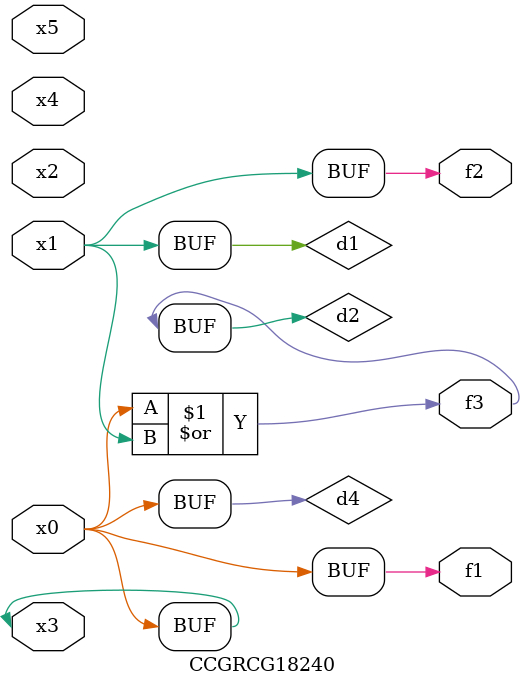
<source format=v>
module CCGRCG18240(
	input x0, x1, x2, x3, x4, x5,
	output f1, f2, f3
);

	wire d1, d2, d3, d4;

	and (d1, x1);
	or (d2, x0, x1);
	nand (d3, x0, x5);
	buf (d4, x0, x3);
	assign f1 = d4;
	assign f2 = d1;
	assign f3 = d2;
endmodule

</source>
